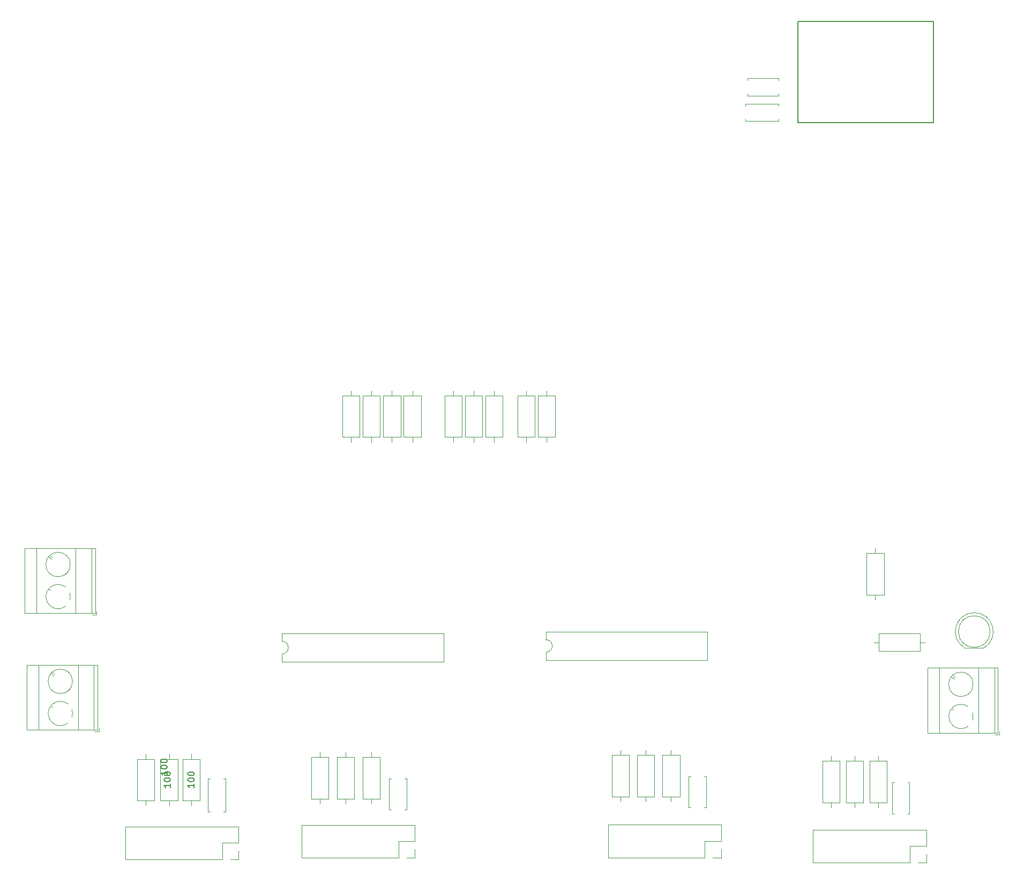
<source format=gbr>
G04 #@! TF.GenerationSoftware,KiCad,Pcbnew,(5.1.5)-3*
G04 #@! TF.CreationDate,2022-01-18T15:26:47+01:00*
G04 #@! TF.ProjectId,drop pcb proto 12 external controller,64726f70-2070-4636-9220-70726f746f20,rev?*
G04 #@! TF.SameCoordinates,Original*
G04 #@! TF.FileFunction,Legend,Top*
G04 #@! TF.FilePolarity,Positive*
%FSLAX46Y46*%
G04 Gerber Fmt 4.6, Leading zero omitted, Abs format (unit mm)*
G04 Created by KiCad (PCBNEW (5.1.5)-3) date 2022-01-18 15:26:47*
%MOMM*%
%LPD*%
G04 APERTURE LIST*
%ADD10C,0.127000*%
%ADD11C,0.120000*%
%ADD12C,0.150000*%
G04 APERTURE END LIST*
D10*
X164294200Y-22538280D02*
X164294200Y-38538280D01*
X185644200Y-22538280D02*
X164294200Y-22538280D01*
X185644200Y-38538280D02*
X185644200Y-22538280D01*
X164294200Y-38538280D02*
X185644200Y-38538280D01*
D11*
X75904400Y-153720800D02*
X75904400Y-155050800D01*
X75904400Y-155050800D02*
X74574400Y-155050800D01*
X75904400Y-152450800D02*
X73304400Y-152450800D01*
X73304400Y-152450800D02*
X73304400Y-155050800D01*
X73304400Y-155050800D02*
X58004400Y-155050800D01*
X58004400Y-149850800D02*
X58004400Y-155050800D01*
X75904400Y-149850800D02*
X58004400Y-149850800D01*
X75904400Y-149850800D02*
X75904400Y-152450800D01*
X152160280Y-153426160D02*
X152160280Y-154756160D01*
X152160280Y-154756160D02*
X150830280Y-154756160D01*
X152160280Y-152156160D02*
X149560280Y-152156160D01*
X149560280Y-152156160D02*
X149560280Y-154756160D01*
X149560280Y-154756160D02*
X134260280Y-154756160D01*
X134260280Y-149556160D02*
X134260280Y-154756160D01*
X152160280Y-149556160D02*
X134260280Y-149556160D01*
X152160280Y-149556160D02*
X152160280Y-152156160D01*
X184555440Y-154213560D02*
X184555440Y-155543560D01*
X184555440Y-155543560D02*
X183225440Y-155543560D01*
X184555440Y-152943560D02*
X181955440Y-152943560D01*
X181955440Y-152943560D02*
X181955440Y-155543560D01*
X181955440Y-155543560D02*
X166655440Y-155543560D01*
X166655440Y-150343560D02*
X166655440Y-155543560D01*
X184555440Y-150343560D02*
X166655440Y-150343560D01*
X184555440Y-150343560D02*
X184555440Y-152943560D01*
X103758040Y-153466800D02*
X103758040Y-154796800D01*
X103758040Y-154796800D02*
X102428040Y-154796800D01*
X103758040Y-152196800D02*
X101158040Y-152196800D01*
X101158040Y-152196800D02*
X101158040Y-154796800D01*
X101158040Y-154796800D02*
X85858040Y-154796800D01*
X85858040Y-149596800D02*
X85858040Y-154796800D01*
X103758040Y-149596800D02*
X85858040Y-149596800D01*
X103758040Y-149596800D02*
X103758040Y-152196800D01*
X73495800Y-142225400D02*
X73810800Y-142225400D01*
X71070800Y-142225400D02*
X71385800Y-142225400D01*
X73495800Y-147465400D02*
X73810800Y-147465400D01*
X71070800Y-147465400D02*
X71385800Y-147465400D01*
X73810800Y-147465400D02*
X73810800Y-142225400D01*
X71070800Y-147465400D02*
X71070800Y-142225400D01*
X53821240Y-134808240D02*
X53821240Y-134308240D01*
X53081240Y-134808240D02*
X53821240Y-134808240D01*
X48842240Y-128244240D02*
X48949240Y-128351240D01*
X46257240Y-125659240D02*
X46647240Y-126050240D01*
X49104240Y-128035240D02*
X49185240Y-128116240D01*
X46492240Y-125424240D02*
X46842240Y-125774240D01*
X46257240Y-130739240D02*
X46472240Y-130955240D01*
X42461240Y-124288240D02*
X53581240Y-124288240D01*
X42461240Y-134568240D02*
X53581240Y-134568240D01*
X53581240Y-134568240D02*
X53581240Y-124288240D01*
X42461240Y-134568240D02*
X42461240Y-124288240D01*
X44321240Y-134568240D02*
X44321240Y-124288240D01*
X50521240Y-134568240D02*
X50521240Y-124288240D01*
X53021240Y-134568240D02*
X53021240Y-124288240D01*
X49651240Y-126888240D02*
G75*
G03X49651240Y-126888240I-1930000J0D01*
G01*
X49651576Y-131934971D02*
G75*
G02X49557240Y-132565240I-1930336J-33269D01*
G01*
X48909415Y-133489885D02*
G75*
G02X46532240Y-133489240I-1188175J1521645D01*
G01*
X46506631Y-133468557D02*
G75*
G02X46506240Y-130468240I1214609J1500317D01*
G01*
X46533065Y-130446595D02*
G75*
G02X48910240Y-130447240I1188175J-1521645D01*
G01*
X49556779Y-131371837D02*
G75*
G02X49651240Y-131968240I-1835539J-596403D01*
G01*
X61211160Y-146475360D02*
X61211160Y-145705360D01*
X61211160Y-138395360D02*
X61211160Y-139165360D01*
X62581160Y-145705360D02*
X62581160Y-139165360D01*
X59841160Y-145705360D02*
X62581160Y-145705360D01*
X59841160Y-139165360D02*
X59841160Y-145705360D01*
X62581160Y-139165360D02*
X59841160Y-139165360D01*
X82754160Y-119304240D02*
X82754160Y-120554240D01*
X108274160Y-119304240D02*
X82754160Y-119304240D01*
X108274160Y-123804240D02*
X108274160Y-119304240D01*
X82754160Y-123804240D02*
X108274160Y-123804240D01*
X82754160Y-122554240D02*
X82754160Y-123804240D01*
X82754160Y-120554240D02*
G75*
G02X82754160Y-122554240I0J-1000000D01*
G01*
X68411160Y-146475360D02*
X68411160Y-145705360D01*
X68411160Y-138395360D02*
X68411160Y-139165360D01*
X69781160Y-145705360D02*
X69781160Y-139165360D01*
X67041160Y-145705360D02*
X69781160Y-145705360D01*
X67041160Y-139165360D02*
X67041160Y-145705360D01*
X69781160Y-139165360D02*
X67041160Y-139165360D01*
X64911160Y-146475360D02*
X64911160Y-145705360D01*
X64911160Y-138395360D02*
X64911160Y-139165360D01*
X66281160Y-145705360D02*
X66281160Y-139165360D01*
X63541160Y-145705360D02*
X66281160Y-145705360D01*
X63541160Y-139165360D02*
X63541160Y-145705360D01*
X66281160Y-139165360D02*
X63541160Y-139165360D01*
X53465640Y-116327200D02*
X53465640Y-115827200D01*
X52725640Y-116327200D02*
X53465640Y-116327200D01*
X48486640Y-109763200D02*
X48593640Y-109870200D01*
X45901640Y-107178200D02*
X46291640Y-107569200D01*
X48748640Y-109554200D02*
X48829640Y-109635200D01*
X46136640Y-106943200D02*
X46486640Y-107293200D01*
X45901640Y-112258200D02*
X46116640Y-112474200D01*
X42105640Y-105807200D02*
X53225640Y-105807200D01*
X42105640Y-116087200D02*
X53225640Y-116087200D01*
X53225640Y-116087200D02*
X53225640Y-105807200D01*
X42105640Y-116087200D02*
X42105640Y-105807200D01*
X43965640Y-116087200D02*
X43965640Y-105807200D01*
X50165640Y-116087200D02*
X50165640Y-105807200D01*
X52665640Y-116087200D02*
X52665640Y-105807200D01*
X49295640Y-108407200D02*
G75*
G03X49295640Y-108407200I-1930000J0D01*
G01*
X49295976Y-113453931D02*
G75*
G02X49201640Y-114084200I-1930336J-33269D01*
G01*
X48553815Y-115008845D02*
G75*
G02X46176640Y-115008200I-1188175J1521645D01*
G01*
X46151031Y-114987517D02*
G75*
G02X46150640Y-111987200I1214609J1500317D01*
G01*
X46177465Y-111965555D02*
G75*
G02X48554640Y-111966200I1188175J-1521645D01*
G01*
X49201179Y-112890797D02*
G75*
G02X49295640Y-113487200I-1835539J-596403D01*
G01*
X124450800Y-119040080D02*
X124450800Y-120290080D01*
X149970800Y-119040080D02*
X124450800Y-119040080D01*
X149970800Y-123540080D02*
X149970800Y-119040080D01*
X124450800Y-123540080D02*
X149970800Y-123540080D01*
X124450800Y-122290080D02*
X124450800Y-123540080D01*
X124450800Y-120290080D02*
G75*
G02X124450800Y-122290080I0J-1000000D01*
G01*
X93654880Y-89043640D02*
X93654880Y-88273640D01*
X93654880Y-80963640D02*
X93654880Y-81733640D01*
X95024880Y-88273640D02*
X95024880Y-81733640D01*
X92284880Y-88273640D02*
X95024880Y-88273640D01*
X92284880Y-81733640D02*
X92284880Y-88273640D01*
X95024880Y-81733640D02*
X92284880Y-81733640D01*
X96886570Y-89043640D02*
X96886570Y-88273640D01*
X96886570Y-80963640D02*
X96886570Y-81733640D01*
X98256570Y-88273640D02*
X98256570Y-81733640D01*
X95516570Y-88273640D02*
X98256570Y-88273640D01*
X95516570Y-81733640D02*
X95516570Y-88273640D01*
X98256570Y-81733640D02*
X95516570Y-81733640D01*
X100118258Y-89043640D02*
X100118258Y-88273640D01*
X100118258Y-80963640D02*
X100118258Y-81733640D01*
X101488258Y-88273640D02*
X101488258Y-81733640D01*
X98748258Y-88273640D02*
X101488258Y-88273640D01*
X98748258Y-81733640D02*
X98748258Y-88273640D01*
X101488258Y-81733640D02*
X98748258Y-81733640D01*
X103349946Y-89043640D02*
X103349946Y-88273640D01*
X103349946Y-80963640D02*
X103349946Y-81733640D01*
X104719946Y-88273640D02*
X104719946Y-81733640D01*
X101979946Y-88273640D02*
X104719946Y-88273640D01*
X101979946Y-81733640D02*
X101979946Y-88273640D01*
X104719946Y-81733640D02*
X101979946Y-81733640D01*
X109813322Y-89043640D02*
X109813322Y-88273640D01*
X109813322Y-80963640D02*
X109813322Y-81733640D01*
X111183322Y-88273640D02*
X111183322Y-81733640D01*
X108443322Y-88273640D02*
X111183322Y-88273640D01*
X108443322Y-81733640D02*
X108443322Y-88273640D01*
X111183322Y-81733640D02*
X108443322Y-81733640D01*
X113045010Y-89043640D02*
X113045010Y-88273640D01*
X113045010Y-80963640D02*
X113045010Y-81733640D01*
X114415010Y-88273640D02*
X114415010Y-81733640D01*
X111675010Y-88273640D02*
X114415010Y-88273640D01*
X111675010Y-81733640D02*
X111675010Y-88273640D01*
X114415010Y-81733640D02*
X111675010Y-81733640D01*
X116276698Y-89043640D02*
X116276698Y-88273640D01*
X116276698Y-80963640D02*
X116276698Y-81733640D01*
X117646698Y-88273640D02*
X117646698Y-81733640D01*
X114906698Y-88273640D02*
X117646698Y-88273640D01*
X114906698Y-81733640D02*
X114906698Y-88273640D01*
X117646698Y-81733640D02*
X114906698Y-81733640D01*
X121340072Y-89043640D02*
X121340072Y-88273640D01*
X121340072Y-80963640D02*
X121340072Y-81733640D01*
X122710072Y-88273640D02*
X122710072Y-81733640D01*
X119970072Y-88273640D02*
X122710072Y-88273640D01*
X119970072Y-81733640D02*
X119970072Y-88273640D01*
X122710072Y-81733640D02*
X119970072Y-81733640D01*
X124571760Y-89043640D02*
X124571760Y-88273640D01*
X124571760Y-80963640D02*
X124571760Y-81733640D01*
X125941760Y-88273640D02*
X125941760Y-81733640D01*
X123201760Y-88273640D02*
X125941760Y-88273640D01*
X123201760Y-81733640D02*
X123201760Y-88273640D01*
X125941760Y-81733640D02*
X123201760Y-81733640D01*
X144226280Y-145878680D02*
X144226280Y-145108680D01*
X144226280Y-137798680D02*
X144226280Y-138568680D01*
X145596280Y-145108680D02*
X145596280Y-138568680D01*
X142856280Y-145108680D02*
X145596280Y-145108680D01*
X142856280Y-138568680D02*
X142856280Y-145108680D01*
X145596280Y-138568680D02*
X142856280Y-138568680D01*
X140220700Y-145878680D02*
X140220700Y-145108680D01*
X140220700Y-137798680D02*
X140220700Y-138568680D01*
X141590700Y-145108680D02*
X141590700Y-138568680D01*
X138850700Y-145108680D02*
X141590700Y-145108680D01*
X138850700Y-138568680D02*
X138850700Y-145108680D01*
X141590700Y-138568680D02*
X138850700Y-138568680D01*
X136215120Y-145878680D02*
X136215120Y-145108680D01*
X136215120Y-137798680D02*
X136215120Y-138568680D01*
X137585120Y-145108680D02*
X137585120Y-138568680D01*
X134845120Y-145108680D02*
X137585120Y-145108680D01*
X134845120Y-138568680D02*
X134845120Y-145108680D01*
X137585120Y-138568680D02*
X134845120Y-138568680D01*
X176951640Y-146808320D02*
X176951640Y-146038320D01*
X176951640Y-138728320D02*
X176951640Y-139498320D01*
X178321640Y-146038320D02*
X178321640Y-139498320D01*
X175581640Y-146038320D02*
X178321640Y-146038320D01*
X175581640Y-139498320D02*
X175581640Y-146038320D01*
X178321640Y-139498320D02*
X175581640Y-139498320D01*
X173220380Y-146808320D02*
X173220380Y-146038320D01*
X173220380Y-138728320D02*
X173220380Y-139498320D01*
X174590380Y-146038320D02*
X174590380Y-139498320D01*
X171850380Y-146038320D02*
X174590380Y-146038320D01*
X171850380Y-139498320D02*
X171850380Y-146038320D01*
X174590380Y-139498320D02*
X171850380Y-139498320D01*
X169489120Y-146808320D02*
X169489120Y-146038320D01*
X169489120Y-138728320D02*
X169489120Y-139498320D01*
X170859120Y-146038320D02*
X170859120Y-139498320D01*
X168119120Y-146038320D02*
X170859120Y-146038320D01*
X168119120Y-139498320D02*
X168119120Y-146038320D01*
X170859120Y-139498320D02*
X168119120Y-139498320D01*
X96880680Y-146198720D02*
X96880680Y-145428720D01*
X96880680Y-138118720D02*
X96880680Y-138888720D01*
X98250680Y-145428720D02*
X98250680Y-138888720D01*
X95510680Y-145428720D02*
X98250680Y-145428720D01*
X95510680Y-138888720D02*
X95510680Y-145428720D01*
X98250680Y-138888720D02*
X95510680Y-138888720D01*
X92796360Y-146198720D02*
X92796360Y-145428720D01*
X92796360Y-138118720D02*
X92796360Y-138888720D01*
X94166360Y-145428720D02*
X94166360Y-138888720D01*
X91426360Y-145428720D02*
X94166360Y-145428720D01*
X91426360Y-138888720D02*
X91426360Y-145428720D01*
X94166360Y-138888720D02*
X91426360Y-138888720D01*
X88712040Y-146198720D02*
X88712040Y-145428720D01*
X88712040Y-138118720D02*
X88712040Y-138888720D01*
X90082040Y-145428720D02*
X90082040Y-138888720D01*
X87342040Y-145428720D02*
X90082040Y-145428720D01*
X87342040Y-138888720D02*
X87342040Y-145428720D01*
X90082040Y-138888720D02*
X87342040Y-138888720D01*
X196122200Y-135275600D02*
X196122200Y-134775600D01*
X195382200Y-135275600D02*
X196122200Y-135275600D01*
X191143200Y-128711600D02*
X191250200Y-128818600D01*
X188558200Y-126126600D02*
X188948200Y-126517600D01*
X191405200Y-128502600D02*
X191486200Y-128583600D01*
X188793200Y-125891600D02*
X189143200Y-126241600D01*
X188558200Y-131206600D02*
X188773200Y-131422600D01*
X184762200Y-124755600D02*
X195882200Y-124755600D01*
X184762200Y-135035600D02*
X195882200Y-135035600D01*
X195882200Y-135035600D02*
X195882200Y-124755600D01*
X184762200Y-135035600D02*
X184762200Y-124755600D01*
X186622200Y-135035600D02*
X186622200Y-124755600D01*
X192822200Y-135035600D02*
X192822200Y-124755600D01*
X195322200Y-135035600D02*
X195322200Y-124755600D01*
X191952200Y-127355600D02*
G75*
G03X191952200Y-127355600I-1930000J0D01*
G01*
X191952536Y-132402331D02*
G75*
G02X191858200Y-133032600I-1930336J-33269D01*
G01*
X191210375Y-133957245D02*
G75*
G02X188833200Y-133956600I-1188175J1521645D01*
G01*
X188807591Y-133935917D02*
G75*
G02X188807200Y-130935600I1214609J1500317D01*
G01*
X188834025Y-130913955D02*
G75*
G02X191211200Y-130914600I1188175J-1521645D01*
G01*
X191857739Y-131839197D02*
G75*
G02X191952200Y-132435600I-1835539J-596403D01*
G01*
X179488200Y-147804360D02*
X179173200Y-147804360D01*
X181913200Y-147804360D02*
X181598200Y-147804360D01*
X179488200Y-142864360D02*
X179173200Y-142864360D01*
X181913200Y-142864360D02*
X181598200Y-142864360D01*
X179173200Y-142864360D02*
X179173200Y-147804360D01*
X181913200Y-142864360D02*
X181913200Y-147804360D01*
X100016680Y-147174440D02*
X99701680Y-147174440D01*
X102441680Y-147174440D02*
X102126680Y-147174440D01*
X100016680Y-142234440D02*
X99701680Y-142234440D01*
X102441680Y-142234440D02*
X102126680Y-142234440D01*
X99701680Y-142234440D02*
X99701680Y-147174440D01*
X102441680Y-142234440D02*
X102441680Y-147174440D01*
X147321640Y-146839160D02*
X147006640Y-146839160D01*
X149746640Y-146839160D02*
X149431640Y-146839160D01*
X147321640Y-141899160D02*
X147006640Y-141899160D01*
X149746640Y-141899160D02*
X149431640Y-141899160D01*
X147006640Y-141899160D02*
X147006640Y-146839160D01*
X149746640Y-141899160D02*
X149746640Y-146839160D01*
X190585680Y-121574240D02*
X193675680Y-121574240D01*
X194630680Y-119014240D02*
G75*
G03X194630680Y-119014240I-2500000J0D01*
G01*
X192130218Y-116024240D02*
G75*
G02X193675510Y-121574240I462J-2990000D01*
G01*
X192131142Y-116024240D02*
G75*
G03X190585850Y-121574240I-462J-2990000D01*
G01*
X176484280Y-113945800D02*
X176484280Y-113175800D01*
X176484280Y-105865800D02*
X176484280Y-106635800D01*
X177854280Y-113175800D02*
X177854280Y-106635800D01*
X175114280Y-113175800D02*
X177854280Y-113175800D01*
X175114280Y-106635800D02*
X175114280Y-113175800D01*
X177854280Y-106635800D02*
X175114280Y-106635800D01*
X156264120Y-31838000D02*
X156264120Y-31523000D01*
X156264120Y-34263000D02*
X156264120Y-33948000D01*
X161204120Y-31838000D02*
X161204120Y-31523000D01*
X161204120Y-34263000D02*
X161204120Y-33948000D01*
X161204120Y-31523000D02*
X156264120Y-31523000D01*
X161204120Y-34263000D02*
X156264120Y-34263000D01*
X155936320Y-35871520D02*
X155936320Y-35556520D01*
X155936320Y-38296520D02*
X155936320Y-37981520D01*
X161176320Y-35871520D02*
X161176320Y-35556520D01*
X161176320Y-38296520D02*
X161176320Y-37981520D01*
X161176320Y-35556520D02*
X155936320Y-35556520D01*
X161176320Y-38296520D02*
X155936320Y-38296520D01*
X176279680Y-120705880D02*
X177049680Y-120705880D01*
X184359680Y-120705880D02*
X183589680Y-120705880D01*
X177049680Y-122075880D02*
X183589680Y-122075880D01*
X177049680Y-119335880D02*
X177049680Y-122075880D01*
X183589680Y-119335880D02*
X177049680Y-119335880D01*
X183589680Y-122075880D02*
X183589680Y-119335880D01*
D12*
X68863540Y-143102026D02*
X68863540Y-143673455D01*
X68863540Y-143387740D02*
X67863540Y-143387740D01*
X68006398Y-143482979D01*
X68101636Y-143578217D01*
X68149255Y-143673455D01*
X67863540Y-142482979D02*
X67863540Y-142387740D01*
X67911160Y-142292502D01*
X67958779Y-142244883D01*
X68054017Y-142197264D01*
X68244493Y-142149645D01*
X68482588Y-142149645D01*
X68673064Y-142197264D01*
X68768302Y-142244883D01*
X68815921Y-142292502D01*
X68863540Y-142387740D01*
X68863540Y-142482979D01*
X68815921Y-142578217D01*
X68768302Y-142625836D01*
X68673064Y-142673455D01*
X68482588Y-142721074D01*
X68244493Y-142721074D01*
X68054017Y-142673455D01*
X67958779Y-142625836D01*
X67911160Y-142578217D01*
X67863540Y-142482979D01*
X67863540Y-141530598D02*
X67863540Y-141435360D01*
X67911160Y-141340121D01*
X67958779Y-141292502D01*
X68054017Y-141244883D01*
X68244493Y-141197264D01*
X68482588Y-141197264D01*
X68673064Y-141244883D01*
X68768302Y-141292502D01*
X68815921Y-141340121D01*
X68863540Y-141435360D01*
X68863540Y-141530598D01*
X68815921Y-141625836D01*
X68768302Y-141673455D01*
X68673064Y-141721074D01*
X68482588Y-141768693D01*
X68244493Y-141768693D01*
X68054017Y-141721074D01*
X67958779Y-141673455D01*
X67911160Y-141625836D01*
X67863540Y-141530598D01*
X64597540Y-141088026D02*
X64597540Y-141659455D01*
X64597540Y-141373740D02*
X63597540Y-141373740D01*
X63740398Y-141468979D01*
X63835636Y-141564217D01*
X63883255Y-141659455D01*
X63597540Y-140468979D02*
X63597540Y-140373740D01*
X63645160Y-140278502D01*
X63692779Y-140230883D01*
X63788017Y-140183264D01*
X63978493Y-140135645D01*
X64216588Y-140135645D01*
X64407064Y-140183264D01*
X64502302Y-140230883D01*
X64549921Y-140278502D01*
X64597540Y-140373740D01*
X64597540Y-140468979D01*
X64549921Y-140564217D01*
X64502302Y-140611836D01*
X64407064Y-140659455D01*
X64216588Y-140707074D01*
X63978493Y-140707074D01*
X63788017Y-140659455D01*
X63692779Y-140611836D01*
X63645160Y-140564217D01*
X63597540Y-140468979D01*
X63597540Y-139516598D02*
X63597540Y-139421360D01*
X63645160Y-139326121D01*
X63692779Y-139278502D01*
X63788017Y-139230883D01*
X63978493Y-139183264D01*
X64216588Y-139183264D01*
X64407064Y-139230883D01*
X64502302Y-139278502D01*
X64549921Y-139326121D01*
X64597540Y-139421360D01*
X64597540Y-139516598D01*
X64549921Y-139611836D01*
X64502302Y-139659455D01*
X64407064Y-139707074D01*
X64216588Y-139754693D01*
X63978493Y-139754693D01*
X63788017Y-139707074D01*
X63692779Y-139659455D01*
X63645160Y-139611836D01*
X63597540Y-139516598D01*
X65105540Y-143102026D02*
X65105540Y-143673455D01*
X65105540Y-143387740D02*
X64105540Y-143387740D01*
X64248398Y-143482979D01*
X64343636Y-143578217D01*
X64391255Y-143673455D01*
X64105540Y-142482979D02*
X64105540Y-142387740D01*
X64153160Y-142292502D01*
X64200779Y-142244883D01*
X64296017Y-142197264D01*
X64486493Y-142149645D01*
X64724588Y-142149645D01*
X64915064Y-142197264D01*
X65010302Y-142244883D01*
X65057921Y-142292502D01*
X65105540Y-142387740D01*
X65105540Y-142482979D01*
X65057921Y-142578217D01*
X65010302Y-142625836D01*
X64915064Y-142673455D01*
X64724588Y-142721074D01*
X64486493Y-142721074D01*
X64296017Y-142673455D01*
X64200779Y-142625836D01*
X64153160Y-142578217D01*
X64105540Y-142482979D01*
X64105540Y-141530598D02*
X64105540Y-141435360D01*
X64153160Y-141340121D01*
X64200779Y-141292502D01*
X64296017Y-141244883D01*
X64486493Y-141197264D01*
X64724588Y-141197264D01*
X64915064Y-141244883D01*
X65010302Y-141292502D01*
X65057921Y-141340121D01*
X65105540Y-141435360D01*
X65105540Y-141530598D01*
X65057921Y-141625836D01*
X65010302Y-141673455D01*
X64915064Y-141721074D01*
X64724588Y-141768693D01*
X64486493Y-141768693D01*
X64296017Y-141721074D01*
X64200779Y-141673455D01*
X64153160Y-141625836D01*
X64105540Y-141530598D01*
M02*

</source>
